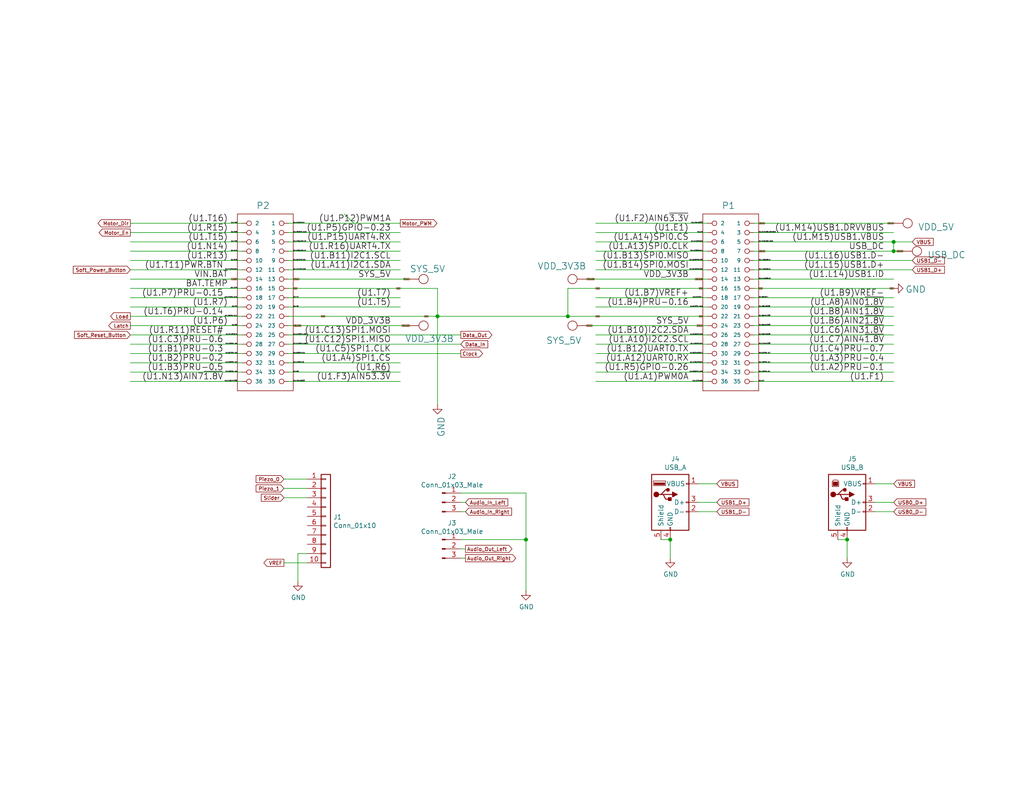
<source format=kicad_sch>
(kicad_sch (version 20211123) (generator eeschema)
  (paper "USLetter")
  (title_block (title "Drum Machine") (date "2018-06-15") (rev "V00") (company "Prototype Engineering Studio LLC"))
  (lib_symbols
    (symbol "Drum_Machine_V00-rescue:2X18-_INCH_-0.1-TH-_35MIL-DIA_-W_O-SILK" (pin_numbers hide) (pin_names (offset 1.016))
      (property "Reference" "P" (at 0 26.162 0))
      (property "Value" "2X18-_INCH_-0.1-TH-_35MIL-DIA_-W_O-SILK" (at 21.59 -24.13 0))
      (symbol "2X18-_INCH_-0.1-TH-_35MIL-DIA_-W_O-SILK_1_0"
        (polyline (pts (xy -7.62 -22.86) (xy -7.62 25.4)))
        (polyline (pts (xy -7.62 25.4) (xy 7.62 25.4)))
        (polyline (pts (xy 7.62 -22.86) (xy -7.62 -22.86)))
        (polyline (pts (xy 7.62 25.4) (xy 7.62 -22.86)))
      )
      (symbol "2X18-_INCH_-0.1-TH-_35MIL-DIA_-W_O-SILK_1_1"
        (pin bidirectional inverted (at -6.35 22.86 0) (length 2.54) (name "1") (number "1"))
        (pin bidirectional inverted (at 6.35 12.7 180) (length 2.54) (name "10") (number "10"))
        (pin bidirectional inverted (at -6.35 10.16 0) (length 2.54) (name "11") (number "11"))
        (pin bidirectional inverted (at 6.35 10.16 180) (length 2.54) (name "12") (number "12"))
        (pin bidirectional inverted (at -6.35 7.62 0) (length 2.54) (name "13") (number "13"))
        (pin bidirectional inverted (at 6.35 7.62 180) (length 2.54) (name "14") (number "14"))
        (pin bidirectional inverted (at -6.35 5.08 0) (length 2.54) (name "15") (number "15"))
        (pin bidirectional inverted (at 6.35 5.08 180) (length 2.54) (name "16") (number "16"))
        (pin bidirectional inverted (at -6.35 2.54 0) (length 2.54) (name "17") (number "17"))
        (pin bidirectional inverted (at 6.35 2.54 180) (length 2.54) (name "18") (number "18"))
        (pin bidirectional inverted (at -6.35 0 0) (length 2.54) (name "19") (number "19"))
        (pin bidirectional inverted (at 6.35 22.86 180) (length 2.54) (name "2") (number "2"))
        (pin bidirectional inverted (at 6.35 0 180) (length 2.54) (name "20") (number "20"))
        (pin bidirectional inverted (at -6.35 -2.54 0) (length 2.54) (name "21") (number "21"))
        (pin bidirectional inverted (at 6.35 -2.54 180) (length 2.54) (name "22") (number "22"))
        (pin bidirectional inverted (at -6.35 -5.08 0) (length 2.54) (name "23") (number "23"))
        (pin bidirectional inverted (at 6.35 -5.08 180) (length 2.54) (name "24") (number "24"))
        (pin bidirectional inverted (at -6.35 -7.62 0) (length 2.54) (name "25") (number "25"))
        (pin bidirectional inverted (at 6.35 -7.62 180) (length 2.54) (name "26") (number "26"))
        (pin bidirectional inverted (at -6.35 -10.16 0) (length 2.54) (name "27") (number "27"))
        (pin bidirectional inverted (at 6.35 -10.16 180) (length 2.54) (name "28") (number "28"))
        (pin bidirectional inverted (at -6.35 -12.7 0) (length 2.54) (name "29") (number "29"))
        (pin bidirectional inverted (at -6.35 20.32 0) (length 2.54) (name "3") (number "3"))
        (pin bidirectional inverted (at 6.35 -12.7 180) (length 2.54) (name "30") (number "30"))
        (pin bidirectional inverted (at -6.35 -15.24 0) (length 2.54) (name "31") (number "31"))
        (pin bidirectional inverted (at 6.35 -15.24 180) (length 2.54) (name "32") (number "32"))
        (pin bidirectional inverted (at -6.35 -17.78 0) (length 2.54) (name "33") (number "33"))
        (pin bidirectional inverted (at 6.35 -17.78 180) (length 2.54) (name "34") (number "34"))
        (pin bidirectional inverted (at -6.35 -20.32 0) (length 2.54) (name "35") (number "35"))
        (pin bidirectional inverted (at 6.35 -20.32 180) (length 2.54) (name "36") (number "36"))
        (pin bidirectional inverted (at 6.35 20.32 180) (length 2.54) (name "4") (number "4"))
        (pin bidirectional inverted (at -6.35 17.78 0) (length 2.54) (name "5") (number "5"))
        (pin bidirectional inverted (at 6.35 17.78 180) (length 2.54) (name "6") (number "6"))
        (pin bidirectional inverted (at -6.35 15.24 0) (length 2.54) (name "7") (number "7"))
        (pin bidirectional inverted (at 6.35 15.24 180) (length 2.54) (name "8") (number "8"))
        (pin bidirectional inverted (at -6.35 12.7 0) (length 2.54) (name "9") (number "9"))
      )
    )
    (symbol "Drum_Machine_V00-rescue:Conn_01x03_Male-Drum_Machine_V00" (pin_names (offset 1.016) hide)
      (property "Reference" "J" (at 0 5.08 0))
      (property "Value" "Conn_01x03_Male-Drum_Machine_V00" (at 0 -5.08 0))
      (symbol "Conn_01x03_Male-Drum_Machine_V00_1_1"
        (polyline (pts (xy 1.27 -2.54) (xy 0.8636 -2.54)) (stroke (width 0.1524)))
        (polyline (pts (xy 1.27 0) (xy 0.8636 0)) (stroke (width 0.1524)))
        (polyline (pts (xy 1.27 2.54) (xy 0.8636 2.54)) (stroke (width 0.1524)))
        (rectangle (start 0.8636 -2.413) (end 0 -2.667) (stroke (width 0.1524)) (fill (type outline)))
        (rectangle (start 0.8636 0.127) (end 0 -0.127) (stroke (width 0.1524)) (fill (type outline)))
        (rectangle (start 0.8636 2.667) (end 0 2.413) (stroke (width 0.1524)) (fill (type outline)))
        (pin passive line (at 5.08 2.54 180) (length 3.81) (name "Pin_1") (number "1"))
        (pin passive line (at 5.08 0 180) (length 3.81) (name "Pin_2") (number "2"))
        (pin passive line (at 5.08 -2.54 180) (length 3.81) (name "Pin_3") (number "3"))
      )
    )
    (symbol "Drum_Machine_V00-rescue:Conn_01x10-Drum_Machine_V00" (pin_names (offset 1.016) hide)
      (property "Reference" "J" (at 0 12.7 0))
      (property "Value" "Conn_01x10-Drum_Machine_V00" (at 0 -15.24 0))
      (symbol "Conn_01x10-Drum_Machine_V00_1_1"
        (rectangle (start -1.27 -12.573) (end 0 -12.827) (stroke (width 0.1524)))
        (rectangle (start -1.27 -10.033) (end 0 -10.287) (stroke (width 0.1524)))
        (rectangle (start -1.27 -7.493) (end 0 -7.747) (stroke (width 0.1524)))
        (rectangle (start -1.27 -4.953) (end 0 -5.207) (stroke (width 0.1524)))
        (rectangle (start -1.27 -2.413) (end 0 -2.667) (stroke (width 0.1524)))
        (rectangle (start -1.27 0.127) (end 0 -0.127) (stroke (width 0.1524)))
        (rectangle (start -1.27 2.667) (end 0 2.413) (stroke (width 0.1524)))
        (rectangle (start -1.27 5.207) (end 0 4.953) (stroke (width 0.1524)))
        (rectangle (start -1.27 7.747) (end 0 7.493) (stroke (width 0.1524)))
        (rectangle (start -1.27 10.287) (end 0 10.033) (stroke (width 0.1524)))
        (rectangle (start -1.27 11.43) (end 1.27 -13.97) (stroke (width 0.254)))
        (pin passive line (at -5.08 10.16 0) (length 3.81) (name "Pin_1") (number "1"))
        (pin passive line (at -5.08 -12.7 0) (length 3.81) (name "Pin_10") (number "10"))
        (pin passive line (at -5.08 7.62 0) (length 3.81) (name "Pin_2") (number "2"))
        (pin passive line (at -5.08 5.08 0) (length 3.81) (name "Pin_3") (number "3"))
        (pin passive line (at -5.08 2.54 0) (length 3.81) (name "Pin_4") (number "4"))
        (pin passive line (at -5.08 0 0) (length 3.81) (name "Pin_5") (number "5"))
        (pin passive line (at -5.08 -2.54 0) (length 3.81) (name "Pin_6") (number "6"))
        (pin passive line (at -5.08 -5.08 0) (length 3.81) (name "Pin_7") (number "7"))
        (pin passive line (at -5.08 -7.62 0) (length 3.81) (name "Pin_8") (number "8"))
        (pin passive line (at -5.08 -10.16 0) (length 3.81) (name "Pin_9") (number "9"))
      )
    )
    (symbol "Drum_Machine_V00-rescue:GND" (power) (pin_names (offset 0))
      (property "Value" "GND" (at 0 -3.81 0))
      (symbol "GND_0_1"
        (polyline (pts (xy 0 0) (xy 0 -1.27) (xy 1.27 -1.27) (xy 0 -2.54) (xy -1.27 -1.27) (xy 0 -1.27)))
      )
      (symbol "GND_1_1"
        (pin power_in line (at 0 0 270) (length 0) hide (name "GND") (number "1"))
      )
    )
    (symbol "Drum_Machine_V00-rescue:SYS_5V" (power) (pin_numbers hide) (pin_names (offset 1.016) hide)
      (property "Value" "SYS_5V" (at 0 4.064 0))
      (symbol "SYS_5V_1_0"
        (polyline (pts (xy 0 -2.54) (xy 0 0)))
      )
      (symbol "SYS_5V_1_1"
        (circle (center 0 1.27) (radius 1.27))
        (pin power_in line (at 0 -2.54 90) (length 2.54) hide (name "SYS_5V") (number "~"))
      )
    )
    (symbol "Drum_Machine_V00-rescue:USB_A-Drum_Machine_V00" (pin_names (offset 1.016))
      (property "Reference" "J" (at -5.08 11.43 0))
      (property "Value" "USB_A-Drum_Machine_V00" (at -5.08 8.89 0))
      (symbol "USB_A-Drum_Machine_V00_0_1"
        (rectangle (start -5.08 -7.62) (end 5.08 7.62) (stroke (width 0.254)))
        (circle (center -3.81 2.159) (radius 0.635) (stroke (width 0.254)) (fill (type outline)))
        (rectangle (start -1.524 4.826) (end -4.318 5.334) (fill (type outline)))
        (rectangle (start -1.27 4.572) (end -4.572 5.842))
        (circle (center -0.635 3.429) (radius 0.381) (stroke (width 0.254)) (fill (type outline)))
        (rectangle (start -0.127 -7.62) (end 0.127 -6.858))
        (polyline (pts (xy -3.175 2.159) (xy -2.54 2.159) (xy -1.27 3.429) (xy -0.635 3.429)) (stroke (width 0.254)))
        (polyline (pts (xy -2.54 2.159) (xy -1.905 2.159) (xy -1.27 0.889) (xy 0 0.889)) (stroke (width 0.254)))
        (polyline (pts (xy 0.635 2.794) (xy 0.635 1.524) (xy 1.905 2.159) (xy 0.635 2.794)) (stroke (width 0.254)) (fill (type outline)))
        (rectangle (start 0.254 1.27) (end -0.508 0.508) (stroke (width 0.254)) (fill (type outline)))
        (rectangle (start 5.08 -2.667) (end 4.318 -2.413))
        (rectangle (start 5.08 -0.127) (end 4.318 0.127))
        (rectangle (start 5.08 4.953) (end 4.318 5.207))
      )
      (symbol "USB_A-Drum_Machine_V00_1_1"
        (polyline (pts (xy -1.905 2.159) (xy 0.635 2.159)) (stroke (width 0.254)))
        (pin power_in line (at 7.62 5.08 180) (length 2.54) (name "VBUS") (number "1"))
        (pin passive line (at 7.62 -2.54 180) (length 2.54) (name "D-") (number "2"))
        (pin passive line (at 7.62 0 180) (length 2.54) (name "D+") (number "3"))
        (pin power_in line (at 0 -10.16 90) (length 2.54) (name "GND") (number "4"))
        (pin passive line (at -2.54 -10.16 90) (length 2.54) (name "Shield") (number "5"))
      )
    )
    (symbol "Drum_Machine_V00-rescue:USB_B-Drum_Machine_V00" (pin_names (offset 1.016))
      (property "Reference" "J" (at -5.08 11.43 0))
      (property "Value" "USB_B-Drum_Machine_V00" (at -5.08 8.89 0))
      (symbol "USB_B-Drum_Machine_V00_0_1"
        (rectangle (start -5.08 -7.62) (end 5.08 7.62) (stroke (width 0.254)))
        (circle (center -3.81 2.159) (radius 0.635) (stroke (width 0.254)) (fill (type outline)))
        (rectangle (start -3.81 5.588) (end -2.54 4.572) (fill (type outline)))
        (circle (center -0.635 3.429) (radius 0.381) (stroke (width 0.254)) (fill (type outline)))
        (rectangle (start -0.127 -7.62) (end 0.127 -6.858))
        (polyline (pts (xy -1.905 2.159) (xy 0.635 2.159)) (stroke (width 0.254)))
        (polyline (pts (xy -3.175 2.159) (xy -2.54 2.159) (xy -1.27 3.429) (xy -0.635 3.429)) (stroke (width 0.254)))
        (polyline (pts (xy -2.54 2.159) (xy -1.905 2.159) (xy -1.27 0.889) (xy 0 0.889)) (stroke (width 0.254)))
        (polyline (pts (xy 0.635 2.794) (xy 0.635 1.524) (xy 1.905 2.159) (xy 0.635 2.794)) (stroke (width 0.254)) (fill (type outline)))
        (polyline (pts (xy -4.064 4.318) (xy -2.286 4.318) (xy -2.286 5.715) (xy -2.667 6.096) (xy -3.683 6.096) (xy -4.064 5.715) (xy -4.064 4.318)))
        (rectangle (start 0.254 1.27) (end -0.508 0.508) (stroke (width 0.254)) (fill (type outline)))
        (rectangle (start 5.08 -2.667) (end 4.318 -2.413))
        (rectangle (start 5.08 -0.127) (end 4.318 0.127))
        (rectangle (start 5.08 4.953) (end 4.318 5.207))
      )
      (symbol "USB_B-Drum_Machine_V00_1_1"
        (pin power_out line (at 7.62 5.08 180) (length 2.54) (name "VBUS") (number "1"))
        (pin passive line (at 7.62 -2.54 180) (length 2.54) (name "D-") (number "2"))
        (pin passive line (at 7.62 0 180) (length 2.54) (name "D+") (number "3"))
        (pin power_out line (at 0 -10.16 90) (length 2.54) (name "GND") (number "4"))
        (pin passive line (at -2.54 -10.16 90) (length 2.54) (name "Shield") (number "5"))
      )
    )
    (symbol "Drum_Machine_V00-rescue:USB_DC" (power) (pin_numbers hide) (pin_names (offset 1.016) hide)
      (property "Value" "USB_DC" (at 0 4.064 0))
      (symbol "USB_DC_1_0"
        (polyline (pts (xy 0 -2.54) (xy 0 0)))
      )
      (symbol "USB_DC_1_1"
        (circle (center 0 1.27) (radius 1.27))
        (pin power_in line (at 0 -2.54 90) (length 2.54) hide (name "USB_DC") (number "~"))
      )
    )
    (symbol "Drum_Machine_V00-rescue:VDD_3V3B" (power) (pin_numbers hide) (pin_names (offset 1.016) hide)
      (property "Value" "VDD_3V3B" (at 0 4.064 0))
      (symbol "VDD_3V3B_1_0"
        (polyline (pts (xy 0 -2.54) (xy 0 0)))
      )
      (symbol "VDD_3V3B_1_1"
        (circle (center 0 1.27) (radius 1.27))
        (pin power_in line (at 0 -2.54 90) (length 2.54) hide (name "VDD_3V3B") (number "~"))
      )
    )
    (symbol "Drum_Machine_V00-rescue:VDD_5V" (power) (pin_numbers hide) (pin_names (offset 1.016) hide)
      (property "Value" "VDD_5V" (at 0 4.064 0))
      (symbol "VDD_5V_1_0"
        (polyline (pts (xy 0 -2.54) (xy 0 0)))
      )
      (symbol "VDD_5V_1_1"
        (circle (center 0 1.27) (radius 1.27))
        (pin power_in line (at 0 -2.54 90) (length 2.54) hide (name "VDD_5V") (number "~"))
      )
    )
    (symbol "power:GND" (power) (pin_names (offset 0))
      (property "Value" "GND" (at 0 -3.81 0))
      (symbol "GND_0_1"
        (polyline (pts (xy 0 0) (xy 0 -1.27) (xy 1.27 -1.27) (xy 0 -2.54) (xy -1.27 -1.27) (xy 0 -1.27)))
      )
      (symbol "GND_1_1"
        (pin power_in line (at 0 0 270) (length 0) hide (name "GND") (number "1"))
      )
    )
  )
  (junction (at 182.88 147.32))
  (junction (at 243.84 66.04))
  (junction (at 119.38 86.36))
  (junction (at 143.51 147.32))
  (junction (at 243.84 68.58))
  (junction (at 154.94 86.36))
  (junction (at 231.14 147.32))
  (bus_entry (at 93.98 58.42) (size 2.54 2.54))
  (wire (pts (xy 35.56 88.9) (xy 66.04 88.9)))
  (wire (pts (xy 35.56 99.06) (xy 66.04 99.06)))
  (wire (pts (xy 243.84 99.06) (xy 205.74 99.06)))
  (wire (pts (xy 109.22 63.5) (xy 78.74 63.5)))
  (wire (pts (xy 162.56 101.6) (xy 193.04 101.6)))
  (wire (pts (xy 182.88 152.4) (xy 182.88 147.32)))
  (wire (pts (xy 228.6 147.32) (xy 231.14 147.32)))
  (wire (pts (xy 160.02 88.9) (xy 193.04 88.9)))
  (wire (pts (xy 125.73 149.86) (xy 127 149.86)))
  (wire (pts (xy 243.84 137.16) (xy 238.76 137.16)))
  (wire (pts (xy 154.94 78.74) (xy 154.94 86.36)))
  (wire (pts (xy 35.56 96.52) (xy 66.04 96.52)))
  (wire (pts (xy 193.04 63.5) (xy 162.56 63.5)))
  (wire (pts (xy 35.56 86.36) (xy 66.04 86.36)))
  (wire (pts (xy 35.56 68.58) (xy 66.04 68.58)))
  (wire (pts (xy 83.82 130.81) (xy 77.47 130.81)))
  (wire (pts (xy 125.73 147.32) (xy 143.51 147.32)))
  (wire (pts (xy 35.56 66.04) (xy 66.04 66.04)))
  (wire (pts (xy 125.73 139.7) (xy 127 139.7)))
  (wire (pts (xy 35.56 71.12) (xy 66.04 71.12)))
  (wire (pts (xy 125.73 134.62) (xy 143.51 134.62)))
  (wire (pts (xy 162.56 104.14) (xy 193.04 104.14)))
  (wire (pts (xy 180.34 147.32) (xy 182.88 147.32)))
  (wire (pts (xy 77.47 153.67) (xy 83.82 153.67)))
  (wire (pts (xy 162.56 91.44) (xy 193.04 91.44)))
  (wire (pts (xy 83.82 151.13) (xy 81.28 151.13)))
  (wire (pts (xy 154.94 86.36) (xy 193.04 86.36)))
  (wire (pts (xy 162.56 60.96) (xy 193.04 60.96)))
  (wire (pts (xy 125.73 96.52) (xy 78.74 96.52)))
  (wire (pts (xy 119.38 78.74) (xy 78.74 78.74)))
  (wire (pts (xy 205.74 93.98) (xy 243.84 93.98)))
  (wire (pts (xy 195.58 139.7) (xy 190.5 139.7)))
  (wire (pts (xy 162.56 99.06) (xy 193.04 99.06)))
  (wire (pts (xy 243.84 81.28) (xy 205.74 81.28)))
  (wire (pts (xy 78.74 68.58) (xy 109.22 68.58)))
  (wire (pts (xy 143.51 134.62) (xy 143.51 147.32)))
  (wire (pts (xy 243.84 88.9) (xy 205.74 88.9)))
  (wire (pts (xy 119.38 86.36) (xy 154.94 86.36)))
  (wire (pts (xy 83.82 135.89) (xy 77.47 135.89)))
  (wire (pts (xy 119.38 78.74) (xy 119.38 86.36)))
  (wire (pts (xy 162.56 81.28) (xy 193.04 81.28)))
  (wire (pts (xy 35.56 73.66) (xy 66.04 73.66)))
  (wire (pts (xy 109.22 104.14) (xy 78.74 104.14)))
  (wire (pts (xy 243.84 66.04) (xy 243.84 68.58)))
  (wire (pts (xy 125.73 91.44) (xy 78.74 91.44)))
  (wire (pts (xy 243.84 78.74) (xy 205.74 78.74)))
  (wire (pts (xy 78.74 83.82) (xy 109.22 83.82)))
  (wire (pts (xy 190.5 132.08) (xy 195.58 132.08)))
  (wire (pts (xy 243.84 66.04) (xy 248.92 66.04)))
  (wire (pts (xy 35.56 104.14) (xy 66.04 104.14)))
  (wire (pts (xy 125.73 93.98) (xy 78.74 93.98)))
  (wire (pts (xy 205.74 60.96) (xy 243.84 60.96)))
  (wire (pts (xy 162.56 73.66) (xy 193.04 73.66)))
  (wire (pts (xy 205.74 73.66) (xy 248.92 73.66)))
  (wire (pts (xy 205.74 86.36) (xy 243.84 86.36)))
  (wire (pts (xy 243.84 96.52) (xy 205.74 96.52)))
  (wire (pts (xy 162.56 68.58) (xy 193.04 68.58)))
  (wire (pts (xy 96.52 60.96) (xy 78.74 60.96)))
  (wire (pts (xy 125.73 137.16) (xy 127 137.16)))
  (wire (pts (xy 109.22 99.06) (xy 78.74 99.06)))
  (wire (pts (xy 243.84 139.7) (xy 238.76 139.7)))
  (wire (pts (xy 246.38 68.58) (xy 243.84 68.58)))
  (wire (pts (xy 83.82 133.35) (xy 77.47 133.35)))
  (wire (pts (xy 78.74 86.36) (xy 119.38 86.36)))
  (wire (pts (xy 160.02 76.2) (xy 193.04 76.2)))
  (wire (pts (xy 243.84 104.14) (xy 205.74 104.14)))
  (wire (pts (xy 205.74 63.5) (xy 243.84 63.5)))
  (wire (pts (xy 231.14 152.4) (xy 231.14 147.32)))
  (wire (pts (xy 35.56 76.2) (xy 66.04 76.2)))
  (wire (pts (xy 154.94 78.74) (xy 193.04 78.74)))
  (wire (pts (xy 125.73 152.4) (xy 127 152.4)))
  (wire (pts (xy 143.51 147.32) (xy 143.51 161.29)))
  (wire (pts (xy 35.56 93.98) (xy 66.04 93.98)))
  (wire (pts (xy 35.56 78.74) (xy 66.04 78.74)))
  (wire (pts (xy 243.84 91.44) (xy 205.74 91.44)))
  (wire (pts (xy 243.84 76.2) (xy 205.74 76.2)))
  (wire (pts (xy 111.76 76.2) (xy 78.74 76.2)))
  (wire (pts (xy 205.74 71.12) (xy 248.92 71.12)))
  (wire (pts (xy 78.74 81.28) (xy 109.22 81.28)))
  (wire (pts (xy 238.76 132.08) (xy 243.84 132.08)))
  (wire (pts (xy 35.56 60.96) (xy 66.04 60.96)))
  (wire (pts (xy 109.22 71.12) (xy 78.74 71.12)))
  (wire (pts (xy 243.84 68.58) (xy 205.74 68.58)))
  (wire (pts (xy 109.22 60.96) (xy 96.52 60.96)))
  (wire (pts (xy 81.28 151.13) (xy 81.28 158.75)))
  (wire (pts (xy 35.56 63.5) (xy 66.04 63.5)))
  (wire (pts (xy 109.22 66.04) (xy 78.74 66.04)))
  (wire (pts (xy 109.22 101.6) (xy 78.74 101.6)))
  (wire (pts (xy 162.56 71.12) (xy 193.04 71.12)))
  (wire (pts (xy 119.38 110.49) (xy 119.38 86.36)))
  (wire (pts (xy 162.56 66.04) (xy 193.04 66.04)))
  (wire (pts (xy 35.56 83.82) (xy 66.04 83.82)))
  (wire (pts (xy 111.76 88.9) (xy 78.74 88.9)))
  (wire (pts (xy 195.58 137.16) (xy 190.5 137.16)))
  (wire (pts (xy 35.56 101.6) (xy 66.04 101.6)))
  (wire (pts (xy 109.22 73.66) (xy 78.74 73.66)))
  (wire (pts (xy 162.56 83.82) (xy 193.04 83.82)))
  (wire (pts (xy 243.84 101.6) (xy 205.74 101.6)))
  (wire (pts (xy 205.74 66.04) (xy 243.84 66.04)))
  (wire (pts (xy 162.56 93.98) (xy 193.04 93.98)))
  (wire (pts (xy 162.56 96.52) (xy 193.04 96.52)))
  (wire (pts (xy 66.04 91.44) (xy 35.56 91.44)))
  (wire (pts (xy 243.84 83.82) (xy 205.74 83.82)))
  (wire (pts (xy 35.56 81.28) (xy 66.04 81.28)))
  (label "(U1.L16)USB1.D-" (at 207.01 71.12 0) (effects (font (size 0.254 0.254))))
  (label "(U1.C3)PRU-0.6" (at 64.77 93.98 180) (effects (font (size 0.254 0.254))))
  (label "(U1.N13)AIN7~{1.8V}" (at 64.77 104.14 180) (effects (font (size 0.254 0.254))))
  (label "(U1.F2)AIN6~{3.3V}" (at 191.77 60.96 180) (effects (font (size 0.254 0.254))))
  (label "(U1.C12)SPI1.MISO" (at 106.68 93.98 180) (effects (font (size 1.651 1.651))))
  (label "(U1.L14)USB1.ID" (at 241.3 76.2 180) (effects (font (size 1.651 1.651))))
  (label "(U1.B3)PRU-0.5" (at 64.77 101.6 180) (effects (font (size 0.254 0.254))))
  (label "(U1.L16)USB1.D-" (at 241.3 71.12 180) (effects (font (size 1.651 1.651))))
  (label "(U1.L14)USB1.ID" (at 207.01 76.2 0) (effects (font (size 0.254 0.254))))
  (label "(U1.B10)I2C2.SDA" (at 187.96 91.44 180) (effects (font (size 1.651 1.651))))
  (label "(U1.P15)UART4.RX" (at 80.01 66.04 0) (effects (font (size 0.254 0.254))))
  (label "(U1.C13)SPI1.MOSI" (at 80.01 91.44 0) (effects (font (size 0.254 0.254))))
  (label "(U1.M14)USB1.DRVVBUS" (at 241.3 63.5 180) (effects (font (size 1.651 1.651))))
  (label "(U1.C5)SPI1.CLK" (at 80.01 96.52 0) (effects (font (size 0.254 0.254))))
  (label "(U1.B8)AIN1~{1.8V}" (at 241.3 86.36 180) (effects (font (size 1.651 1.651))))
  (label "(U1.N13)AIN7~{1.8V}" (at 60.96 104.14 180) (effects (font (size 1.651 1.651))))
  (label "(U1.R5)GPIO-0.26" (at 191.77 101.6 180) (effects (font (size 0.254 0.254))))
  (label "(U1.B6)AIN2~{1.8V}" (at 241.3 88.9 180) (effects (font (size 1.651 1.651))))
  (label "VDD_3V3B" (at 106.68 88.9 180) (effects (font (size 1.651 1.651))))
  (label "(U1.R13)" (at 64.77 71.12 180) (effects (font (size 0.254 0.254))))
  (label "(U1.B4)PRU-0.16" (at 191.77 83.82 180) (effects (font (size 0.254 0.254))))
  (label "(U1.R13)" (at 62.23 71.12 180) (effects (font (size 1.651 1.651))))
  (label "(U1.T11)PWR.BTN" (at 60.96 73.66 180) (effects (font (size 1.651 1.651))))
  (label "(U1.T15)" (at 64.77 66.04 180) (effects (font (size 0.254 0.254))))
  (label "(U1.R16)UART4.TX" (at 80.01 68.58 0) (effects (font (size 0.254 0.254))))
  (label "(U1.P7)PRU-0.15" (at 64.77 81.28 180) (effects (font (size 0.254 0.254))))
  (label "(U1.E1)" (at 187.96 63.5 180) (effects (font (size 1.651 1.651))))
  (label "(U1.N14)" (at 64.77 68.58 180) (effects (font (size 0.254 0.254))))
  (label "(U1.C3)PRU-0.6" (at 60.96 93.98 180) (effects (font (size 1.651 1.651))))
  (label "(U1.T6)PRU-0.14" (at 64.77 86.36 180) (effects (font (size 0.254 0.254))))
  (label "(U1.F2)AIN6~{3.3V}" (at 187.96 60.96 180) (effects (font (size 1.651 1.651))))
  (label "(U1.T11)PWR.BTN" (at 64.77 73.66 180) (effects (font (size 0.254 0.254))))
  (label "(U1.T15)" (at 62.23 66.04 180) (effects (font (size 1.651 1.651))))
  (label "(U1.A2)PRU-0.1" (at 207.01 101.6 0) (effects (font (size 0.254 0.254))))
  (label "(U1.C6)AIN3~{1.8V}" (at 241.3 91.44 180) (effects (font (size 1.651 1.651))))
  (label "(U1.B12)UART0.TX" (at 187.96 96.52 180) (effects (font (size 1.651 1.651))))
  (label "(U1.A2)PRU-0.1" (at 241.3 101.6 180) (effects (font (size 1.651 1.651))))
  (label "(U1.R7)" (at 62.23 83.82 180) (effects (font (size 1.651 1.651))))
  (label "(U1.C12)SPI1.MISO" (at 80.01 93.98 0) (effects (font (size 0.254 0.254))))
  (label "(U1.R6)" (at 80.01 101.6 0) (effects (font (size 0.254 0.254))))
  (label "(U1.R11)RESET#" (at 64.77 91.44 180) (effects (font (size 0.254 0.254))))
  (label "(U1.A1)PWM0A" (at 191.77 104.14 180) (effects (font (size 0.254 0.254))))
  (label "SYS_5V" (at 187.96 88.9 180) (effects (font (size 1.651 1.651))))
  (label "(U1.R16)UART4.TX" (at 106.68 68.58 180) (effects (font (size 1.651 1.651))))
  (label "(U1.A4)SPI1.CS" (at 106.68 99.06 180) (effects (font (size 1.651 1.651))))
  (label "BAT.TEMP" (at 64.77 78.74 180) (effects (font (size 0.254 0.254))))
  (label "(U1.F1)" (at 207.01 104.14 0) (effects (font (size 0.254 0.254))))
  (label "(U1.B10)I2C2.SDA" (at 191.77 91.44 180) (effects (font (size 0.254 0.254))))
  (label "(U1.N14)" (at 62.23 68.58 180) (effects (font (size 1.651 1.651))))
  (label "(U1.L15)USB1.D+" (at 241.3 73.66 180) (effects (font (size 1.651 1.651))))
  (label "(U1.M14)USB1.DRVVBUS" (at 207.01 63.5 0) (effects (font (size 0.254 0.254))))
  (label "(U1.A14)SPI0.CS" (at 191.77 66.04 180) (effects (font (size 0.254 0.254))))
  (label "(U1.A12)UART0.RX" (at 191.77 99.06 180) (effects (font (size 0.254 0.254))))
  (label "(U1.B7)VREF+" (at 191.77 81.28 180) (effects (font (size 0.254 0.254))))
  (label "(U1.A3)PRU-0.4" (at 241.3 99.06 180) (effects (font (size 1.651 1.651))))
  (label "(U1.E1)" (at 191.77 63.5 180) (effects (font (size 0.254 0.254))))
  (label "USB_DC" (at 241.3 68.58 180) (effects (font (size 1.651 1.651))))
  (label "(U1.M15)USB1.VBUS" (at 241.3 66.04 180) (effects (font (size 1.651 1.651))))
  (label "(U1.B1)PRU-0.3" (at 60.96 96.52 180) (effects (font (size 1.651 1.651))))
  (label "(U1.B1)PRU-0.3" (at 64.77 96.52 180) (effects (font (size 0.254 0.254))))
  (label "(U1.B14)SPI0.MOSI" (at 187.96 73.66 180) (effects (font (size 1.651 1.651))))
  (label "(U1.T16)" (at 62.23 60.96 180) (effects (font (size 1.651 1.651))))
  (label "(U1.B2)PRU-0.2" (at 64.77 99.06 180) (effects (font (size 0.254 0.254))))
  (label "(U1.A8)AIN0~{1.8V}" (at 207.01 83.82 0) (effects (font (size 0.254 0.254))))
  (label "(U1.B9)VREF-" (at 207.01 81.28 0) (effects (font (size 0.254 0.254))))
  (label "(U1.P12)PWM1A" (at 80.01 60.96 0) (effects (font (size 0.254 0.254))))
  (label "(U1.B11)I2C1.SCL" (at 80.01 71.12 0) (effects (font (size 0.254 0.254))))
  (label "(U1.C13)SPI1.MOSI" (at 106.68 91.44 180) (effects (font (size 1.651 1.651))))
  (label "(U1.A1)PWM0A" (at 187.96 104.14 180) (effects (font (size 1.651 1.651))))
  (label "(U1.F3)AIN5~{3.3V}" (at 106.68 104.14 180) (effects (font (size 1.651 1.651))))
  (label "(U1.L15)USB1.D+" (at 207.01 73.66 0) (effects (font (size 0.254 0.254))))
  (label "(U1.R15)" (at 64.77 63.5 180) (effects (font (size 0.254 0.254))))
  (label "(U1.P5)GPIO-0.23" (at 106.68 63.5 180) (effects (font (size 1.651 1.651))))
  (label "(U1.T5)" (at 80.01 83.82 0) (effects (font (size 0.254 0.254))))
  (label "(U1.R7)" (at 64.77 83.82 180) (effects (font (size 0.254 0.254))))
  (label "(U1.A14)SPI0.CS" (at 187.96 66.04 180) (effects (font (size 1.651 1.651))))
  (label "(U1.B3)PRU-0.5" (at 60.96 101.6 180) (effects (font (size 1.651 1.651))))
  (label "(U1.C6)AIN3~{1.8V}" (at 207.01 91.44 0) (effects (font (size 0.254 0.254))))
  (label "(U1.R15)" (at 62.23 63.5 180) (effects (font (size 1.651 1.651))))
  (label "SYS_5V" (at 106.68 76.2 180) (effects (font (size 1.651 1.651))))
  (label "(U1.T7)" (at 106.68 81.28 180) (effects (font (size 1.651 1.651))))
  (label "BAT.TEMP" (at 62.23 78.74 180) (effects (font (size 1.651 1.651))))
  (label "(U1.P15)UART4.RX" (at 106.68 66.04 180) (effects (font (size 1.651 1.651))))
  (label "(U1.B8)AIN1~{1.8V}" (at 207.01 86.36 0) (effects (font (size 0.254 0.254))))
  (label "(U1.A11)I2C1.SDA" (at 106.68 73.66 180) (effects (font (size 1.651 1.651))))
  (label "(U1.B13)SPI0.MISO" (at 187.96 71.12 180) (effects (font (size 1.651 1.651))))
  (label "(U1.R6)" (at 106.68 101.6 180) (effects (font (size 1.651 1.651))))
  (label "(U1.B9)VREF-" (at 241.3 81.28 180) (effects (font (size 1.651 1.651))))
  (label "(U1.T16)" (at 64.77 60.96 180) (effects (font (size 0.254 0.254))))
  (label "(U1.A11)I2C1.SDA" (at 80.01 73.66 0) (effects (font (size 0.254 0.254))))
  (label "(U1.P7)PRU-0.15" (at 60.96 81.28 180) (effects (font (size 1.651 1.651))))
  (label "(U1.R5)GPIO-0.26" (at 187.96 101.6 180) (effects (font (size 1.651 1.651))))
  (label "(U1.A10)I2C2.SCL" (at 191.77 93.98 180) (effects (font (size 0.254 0.254))))
  (label "(U1.C4)PRU-0.7" (at 241.3 96.52 180) (effects (font (size 1.651 1.651))))
  (label "(U1.A12)UART0.RX" (at 187.96 99.06 180) (effects (font (size 1.651 1.651))))
  (label "(U1.A8)AIN0~{1.8V}" (at 241.3 83.82 180) (effects (font (size 1.651 1.651))))
  (label "(U1.B7)VREF+" (at 187.96 81.28 180) (effects (font (size 1.651 1.651))))
  (label "(U1.A13)SPI0.CLK" (at 191.77 68.58 180) (effects (font (size 0.254 0.254))))
  (label "(U1.B6)AIN2~{1.8V}" (at 207.01 88.9 0) (effects (font (size 0.254 0.254))))
  (label "(U1.T5)" (at 106.68 83.82 180) (effects (font (size 1.651 1.651))))
  (label "(U1.B2)PRU-0.2" (at 60.96 99.06 180) (effects (font (size 1.651 1.651))))
  (label "(U1.M15)USB1.VBUS" (at 207.01 66.04 0) (effects (font (size 0.254 0.254))))
  (label "(U1.B14)SPI0.MOSI" (at 191.77 73.66 180) (effects (font (size 0.254 0.254))))
  (label "(U1.P5)GPIO-0.23" (at 80.01 63.5 0) (effects (font (size 0.254 0.254))))
  (label "(U1.C5)SPI1.CLK" (at 106.68 96.52 180) (effects (font (size 1.651 1.651))))
  (label "(U1.C4)PRU-0.7" (at 207.01 96.52 0) (effects (font (size 0.254 0.254))))
  (label "(U1.F3)AIN5~{3.3V}" (at 80.01 104.14 0) (effects (font (size 0.254 0.254))))
  (label "(U1.T7)" (at 80.01 81.28 0) (effects (font (size 0.254 0.254))))
  (label "(U1.A10)I2C2.SCL" (at 187.96 93.98 180) (effects (font (size 1.651 1.651))))
  (label "(U1.C7)AIN4~{1.8V}" (at 207.01 93.98 0) (effects (font (size 0.254 0.254))))
  (label "(U1.A4)SPI1.CS" (at 80.01 99.06 0) (effects (font (size 0.254 0.254))))
  (label "(U1.F1)" (at 241.3 104.14 180) (effects (font (size 1.651 1.651))))
  (label "(U1.B4)PRU-0.16" (at 187.96 83.82 180) (effects (font (size 1.651 1.651))))
  (label "(U1.B12)UART0.TX" (at 191.77 96.52 180) (effects (font (size 0.254 0.254))))
  (label "(U1.P6)" (at 64.77 88.9 180) (effects (font (size 0.254 0.254))))
  (label "(U1.A3)PRU-0.4" (at 207.01 99.06 0) (effects (font (size 0.254 0.254))))
  (label "VDD_3V3B" (at 187.96 76.2 180) (effects (font (size 1.651 1.651))))
  (label "(U1.A13)SPI0.CLK" (at 187.96 68.58 180) (effects (font (size 1.651 1.651))))
  (label "(U1.P6)" (at 62.23 88.9 180) (effects (font (size 1.651 1.651))))
  (label "(U1.T6)PRU-0.14" (at 60.96 86.36 180) (effects (font (size 1.651 1.651))))
  (label "(U1.R11)RESET#" (at 60.96 91.44 180) (effects (font (size 1.651 1.651))))
  (label "(U1.B13)SPI0.MISO" (at 191.77 71.12 180) (effects (font (size 0.254 0.254))))
  (label "(U1.P12)PWM1A" (at 106.68 60.96 180) (effects (font (size 1.651 1.651))))
  (label "(U1.B11)I2C1.SCL" (at 106.68 71.12 180) (effects (font (size 1.651 1.651))))
  (label "VIN.BAT" (at 62.23 76.2 180) (effects (font (size 1.651 1.651))))
  (label "(U1.C7)AIN4~{1.8V}" (at 241.3 93.98 180) (effects (font (size 1.651 1.651))))
  (global_label "Motor_PWM" (shape output) (at 109.22 60.96 0) (effects (font (size 0.9906 0.9906))) (property "Intersheet References" "${INTERSHEET_REFS}" (effects hide)))
  (global_label "VIN.BAT" (shape passive) (at 64.77 76.2 180) (effects (font (size 0.254 0.254))) (property "Intersheet References" "${INTERSHEET_REFS}" (effects hide)))
  (global_label "Motor_Dir" (shape output) (at 35.56 60.96 180) (effects (font (size 0.9906 0.9906))) (property "Intersheet References" "${INTERSHEET_REFS}" (effects hide)))
  (global_label "USB_DC" (shape passive) (at 246.38 68.58 180) (effects (font (size 0.254 0.254))) (property "Intersheet References" "${INTERSHEET_REFS}" (effects hide)))
  (global_label "VREF" (shape output) (at 77.47 153.67 180) (effects (font (size 0.9906 0.9906))) (property "Intersheet References" "${INTERSHEET_REFS}" (effects hide)))
  (global_label "VDD_5V" (shape passive) (at 207.01 60.96 0) (effects (font (size 0.254 0.254))) (property "Intersheet References" "${INTERSHEET_REFS}" (effects hide)))
  (global_label "Soft_Power_Button" (shape input) (at 35.56 73.66 180) (effects (font (size 0.9906 0.9906))) (property "Intersheet References" "${INTERSHEET_REFS}" (effects hide)))
  (global_label "SYS_5V" (shape passive) (at 80.01 76.2 0) (effects (font (size 0.254 0.254))) (property "Intersheet References" "${INTERSHEET_REFS}" (effects hide)))
  (global_label "GND" (shape passive) (at 162.56 78.74 0) (effects (font (size 0.254 0.254))) (property "Intersheet References" "${INTERSHEET_REFS}" (effects hide)))
  (global_label "Audio_Out_Right" (shape output) (at 127 152.4 0) (effects (font (size 0.9906 0.9906))) (property "Intersheet References" "${INTERSHEET_REFS}" (effects hide)))
  (global_label "VDD_5V" (shape passive) (at 243.84 60.96 180) (effects (font (size 0.254 0.254))) (property "Intersheet References" "${INTERSHEET_REFS}" (effects hide)))
  (global_label "GND" (shape passive) (at 162.56 86.36 0) (effects (font (size 0.254 0.254))) (property "Intersheet References" "${INTERSHEET_REFS}" (effects hide)))
  (global_label "Audio_In_Left" (shape input) (at 127 137.16 0) (effects (font (size 0.9906 0.9906))) (property "Intersheet References" "${INTERSHEET_REFS}" (effects hide)))
  (global_label "Audio_In_Right" (shape input) (at 127 139.7 0) (effects (font (size 0.9906 0.9906))) (property "Intersheet References" "${INTERSHEET_REFS}" (effects hide)))
  (global_label "USB1_D+" (shape input) (at 248.92 73.66 0) (effects (font (size 0.9906 0.9906))) (property "Intersheet References" "${INTERSHEET_REFS}" (effects hide)))
  (global_label "Load" (shape output) (at 35.56 86.36 180) (effects (font (size 0.9906 0.9906))) (property "Intersheet References" "${INTERSHEET_REFS}" (effects hide)))
  (global_label "Data_Out" (shape output) (at 125.73 91.44 0) (effects (font (size 0.9906 0.9906))) (property "Intersheet References" "${INTERSHEET_REFS}" (effects hide)))
  (global_label "Data_In" (shape input) (at 125.73 93.98 0) (effects (font (size 0.9906 0.9906))) (property "Intersheet References" "${INTERSHEET_REFS}" (effects hide)))
  (global_label "VDD_3V3B" (shape passive) (at 160.02 76.2 0) (effects (font (size 0.254 0.254))) (property "Intersheet References" "${INTERSHEET_REFS}" (effects hide)))
  (global_label "Audio_Out_Left" (shape output) (at 127 149.86 0) (effects (font (size 0.9906 0.9906))) (property "Intersheet References" "${INTERSHEET_REFS}" (effects hide)))
  (global_label "Piezo_0" (shape input) (at 77.47 130.81 180) (effects (font (size 0.9906 0.9906))) (property "Intersheet References" "${INTERSHEET_REFS}" (effects hide)))
  (global_label "GND" (shape passive) (at 80.01 78.74 0) (effects (font (size 0.254 0.254))) (property "Intersheet References" "${INTERSHEET_REFS}" (effects hide)))
  (global_label "USB1_D+" (shape input) (at 195.58 137.16 0) (effects (font (size 0.9906 0.9906))) (property "Intersheet References" "${INTERSHEET_REFS}" (effects hide)))
  (global_label "Slider" (shape input) (at 77.47 135.89 180) (effects (font (size 0.9906 0.9906))) (property "Intersheet References" "${INTERSHEET_REFS}" (effects hide)))
  (global_label "USB0_D-" (shape input) (at 243.84 139.7 0) (effects (font (size 0.9906 0.9906))) (property "Intersheet References" "${INTERSHEET_REFS}" (effects hide)))
  (global_label "VBUS" (shape input) (at 195.58 132.08 0) (effects (font (size 0.9906 0.9906))) (property "Intersheet References" "${INTERSHEET_REFS}" (effects hide)))
  (global_label "USB0_D+" (shape input) (at 243.84 137.16 0) (effects (font (size 0.9906 0.9906))) (property "Intersheet References" "${INTERSHEET_REFS}" (effects hide)))
  (global_label "VDD_3V3B" (shape passive) (at 191.77 76.2 180) (effects (font (size 0.254 0.254))) (property "Intersheet References" "${INTERSHEET_REFS}" (effects hide)))
  (global_label "Clock" (shape output) (at 125.73 96.52 0) (effects (font (size 0.9906 0.9906))) (property "Intersheet References" "${INTERSHEET_REFS}" (effects hide)))
  (global_label "Soft_Reset_Button" (shape input) (at 35.56 91.44 180) (effects (font (size 0.9906 0.9906))) (property "Intersheet References" "${INTERSHEET_REFS}" (effects hide)))
  (global_label "VDD_3V3B" (shape passive) (at 111.76 88.9 180) (effects (font (size 0.254 0.254))) (property "Intersheet References" "${INTERSHEET_REFS}" (effects hide)))
  (global_label "GND" (shape passive) (at 191.77 78.74 180) (effects (font (size 0.254 0.254))) (property "Intersheet References" "${INTERSHEET_REFS}" (effects hide)))
  (global_label "GND" (shape passive) (at 191.77 86.36 180) (effects (font (size 0.254 0.254))) (property "Intersheet References" "${INTERSHEET_REFS}" (effects hide)))
  (global_label "SYS_5V" (shape passive) (at 111.76 76.2 180) (effects (font (size 0.254 0.254))) (property "Intersheet References" "${INTERSHEET_REFS}" (effects hide)))
  (global_label "Motor_En" (shape output) (at 35.56 63.5 180) (effects (font (size 0.9906 0.9906))) (property "Intersheet References" "${INTERSHEET_REFS}" (effects hide)))
  (global_label "Latch" (shape output) (at 35.56 88.9 180) (effects (font (size 0.9906 0.9906))) (property "Intersheet References" "${INTERSHEET_REFS}" (effects hide)))
  (global_label "VBUS" (shape input) (at 243.84 132.08 0) (effects (font (size 0.9906 0.9906))) (property "Intersheet References" "${INTERSHEET_REFS}" (effects hide)))
  (global_label "GND" (shape passive) (at 116.84 86.36 180) (effects (font (size 0.254 0.254))) (property "Intersheet References" "${INTERSHEET_REFS}" (effects hide)))
  (global_label "GND" (shape passive) (at 87.63 86.36 0) (effects (font (size 0.254 0.254))) (property "Intersheet References" "${INTERSHEET_REFS}" (effects hide)))
  (global_label "SYS_5V" (shape passive) (at 160.02 88.9 0) (effects (font (size 0.254 0.254))) (property "Intersheet References" "${INTERSHEET_REFS}" (effects hide)))
  (global_label "USB_DC" (shape passive) (at 207.01 68.58 0) (effects (font (size 0.254 0.254))) (property "Intersheet References" "${INTERSHEET_REFS}" (effects hide)))
  (global_label "Piezo_1" (shape input) (at 77.47 133.35 180) (effects (font (size 0.9906 0.9906))) (property "Intersheet References" "${INTERSHEET_REFS}" (effects hide)))
  (global_label "USB1_D-" (shape input) (at 195.58 139.7 0) (effects (font (size 0.9906 0.9906))) (property "Intersheet References" "${INTERSHEET_REFS}" (effects hide)))
  (global_label "VBUS" (shape input) (at 248.92 66.04 0) (effects (font (size 0.9906 0.9906))) (property "Intersheet References" "${INTERSHEET_REFS}" (effects hide)))
  (global_label "VDD_3V3B" (shape passive) (at 80.01 88.9 0) (effects (font (size 0.254 0.254))) (property "Intersheet References" "${INTERSHEET_REFS}" (effects hide)))
  (global_label "GND" (shape passive) (at 243.84 78.74 180) (effects (font (size 0.254 0.254))) (property "Intersheet References" "${INTERSHEET_REFS}" (effects hide)))
  (global_label "SYS_5V" (shape passive) (at 191.77 88.9 180) (effects (font (size 0.254 0.254))) (property "Intersheet References" "${INTERSHEET_REFS}" (effects hide)))
  (global_label "GND" (shape passive) (at 109.22 78.74 180) (effects (font (size 0.254 0.254))) (property "Intersheet References" "${INTERSHEET_REFS}" (effects hide)))
  (global_label "USB1_D-" (shape input) (at 248.92 71.12 0) (effects (font (size 0.9906 0.9906))) (property "Intersheet References" "${INTERSHEET_REFS}" (effects hide)))
  (global_label "GND" (shape passive) (at 207.01 78.74 0) (effects (font (size 0.254 0.254))) (property "Intersheet References" "${INTERSHEET_REFS}" (effects hide)))
  (symbol (lib_id "Drum_Machine_V00-rescue:GND") (at 243.84 78.74 90) (mirror x) (unit 1)
    (property "Reference" "#GND0101" (effects hide))
    (property "Value" "GND" (at 252.73 80.01 90) (effects (font (size 1.778 1.778)) (justify left bottom)))
  )
  (symbol (lib_id "Drum_Machine_V00-rescue:GND") (at 119.38 110.49 0) (mirror y) (unit 1)
    (property "Reference" "#GND0105" (effects hide))
    (property "Value" "GND" (at 119.38 119.38 90) (effects (font (size 1.778 1.778)) (justify left bottom)))
  )
  (symbol (lib_id "Drum_Machine_V00-rescue:2X18-_INCH_-0.1-TH-_35MIL-DIA_-W_O-SILK") (at 199.39 83.82 0) (mirror y) (unit 1)
    (property "Reference" "P1" (at 200.66 57.15 0) (effects (font (size 1.778 1.778)) (justify left bottom)))
    (property "Footprint" "PocketBeagle.pretty:TH-2X18-(35MIL-DIA)-W_O-SILK" (effects hide))
  )
  (symbol (lib_id "Drum_Machine_V00-rescue:2X18-_INCH_-0.1-TH-_35MIL-DIA_-W_O-SILK") (at 72.39 83.82 0) (mirror y) (unit 1)
    (property "Reference" "P2" (at 73.66 57.15 0) (effects (font (size 1.778 1.778)) (justify left bottom)))
    (property "Footprint" "PocketBeagle.pretty:TH-2X18-(35MIL-DIA)-W_O-SILK" (effects hide))
  )
  (symbol (lib_id "Drum_Machine_V00-rescue:SYS_5V") (at 114.3 76.2 270) (mirror x) (unit 1)
    (property "Reference" "#SUPPLY0101" (effects hide))
    (property "Value" "SYS_5V" (at 111.76 72.39 90) (effects (font (size 1.778 1.778)) (justify left bottom)))
  )
  (symbol (lib_id "Drum_Machine_V00-rescue:SYS_5V") (at 157.48 88.9 90) (mirror x) (unit 1)
    (property "Reference" "#SUPPLY0102" (effects hide))
    (property "Value" "SYS_5V" (at 158.75 93.98 90) (effects (font (size 1.778 1.778)) (justify left bottom)))
  )
  (symbol (lib_id "Drum_Machine_V00-rescue:VDD_5V") (at 246.38 60.96 270) (mirror x) (unit 1)
    (property "Reference" "#SUPPLY0103" (effects hide))
    (property "Value" "VDD_5V" (at 250.444 60.96 90) (effects (font (size 1.778 1.778)) (justify left bottom)))
  )
  (symbol (lib_id "Drum_Machine_V00-rescue:VDD_3V3B") (at 157.48 76.2 90) (mirror x) (unit 1)
    (property "Reference" "#SUPPLY0104" (effects hide))
    (property "Value" "VDD_3V3B" (at 160.02 73.66 90) (effects (font (size 1.778 1.778)) (justify left bottom)))
  )
  (symbol (lib_id "Drum_Machine_V00-rescue:USB_DC") (at 248.92 68.58 270) (mirror x) (unit 1)
    (property "Reference" "#SUPPLY0105" (effects hide))
    (property "Value" "USB_DC" (at 252.984 68.58 90) (effects (font (size 1.778 1.778)) (justify left bottom)))
  )
  (symbol (lib_id "Drum_Machine_V00-rescue:VDD_3V3B") (at 114.3 88.9 270) (mirror x) (unit 1)
    (property "Reference" "#SUPPLY0106" (effects hide))
    (property "Value" "VDD_3V3B" (at 110.49 91.44 90) (effects (font (size 1.778 1.778)) (justify left bottom)))
  )
  (symbol (lib_id "Drum_Machine_V00-rescue:Conn_01x10-Drum_Machine_V00") (at 88.9 140.97 0) (unit 1)
    (property "Reference" "J1" (at 90.932 141.1732 0) (effects (justify left)))
    (property "Value" "Conn_01x10" (at 90.932 143.4846 0) (effects (justify left)))
  )
  (symbol (lib_id "Drum_Machine_V00-rescue:Conn_01x03_Male-Drum_Machine_V00") (at 120.65 137.16 0) (unit 1)
    (property "Reference" "J2" (at 123.3424 130.0988 0))
    (property "Value" "Conn_01x03_Male" (at 123.3424 132.4102 0))
  )
  (symbol (lib_id "Drum_Machine_V00-rescue:Conn_01x03_Male-Drum_Machine_V00") (at 120.65 149.86 0) (unit 1)
    (property "Reference" "J3" (at 123.3424 142.7988 0))
    (property "Value" "Conn_01x03_Male" (at 123.3424 145.1102 0))
  )
  (symbol (lib_id "Drum_Machine_V00-rescue:USB_A-Drum_Machine_V00") (at 182.88 137.16 0) (unit 1)
    (property "Reference" "J4" (at 184.277 125.2982 0))
    (property "Value" "USB_A" (at 184.277 127.6096 0))
  )
  (symbol (lib_id "power:GND") (at 81.28 158.75 0) (unit 1)
    (property "Reference" "#PWR0120" (effects hide))
    (property "Value" "GND" (at 81.407 163.1442 0))
  )
  (symbol (lib_id "power:GND") (at 143.51 161.29 0) (unit 1)
    (property "Reference" "#PWR0121" (effects hide))
    (property "Value" "GND" (at 143.637 165.6842 0))
  )
  (symbol (lib_id "Drum_Machine_V00-rescue:USB_B-Drum_Machine_V00") (at 231.14 137.16 0) (unit 1)
    (property "Reference" "J5" (at 232.537 125.2982 0))
    (property "Value" "USB_B" (at 232.537 127.6096 0))
  )
  (symbol (lib_id "power:GND") (at 231.14 152.4 0) (unit 1)
    (property "Reference" "#PWR0122" (effects hide))
    (property "Value" "GND" (at 231.267 156.7942 0))
  )
  (symbol (lib_id "power:GND") (at 182.88 152.4 0) (unit 1)
    (property "Reference" "#PWR0123" (effects hide))
    (property "Value" "GND" (at 183.007 156.7942 0))
  )
)
</source>
